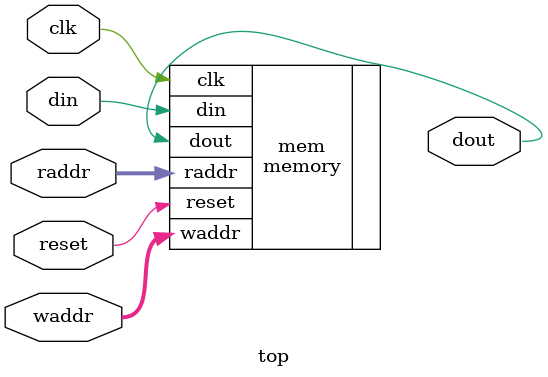
<source format=sv>
module top(
input logic clk,
input logic[31:0] raddr,
input logic[31:0] waddr,
input logic [0:0] din,
output logic [0:0] dout,
input logic reset);

memory #("~/bigmems/designs/init/1_by_32k.txt", 1, 1, 32768) mem(
	.clk(clk), 
	.raddr(raddr), 
	.waddr(waddr), 
	.din(din), 
	.dout(dout), 
	.reset(reset));


endmodule
</source>
